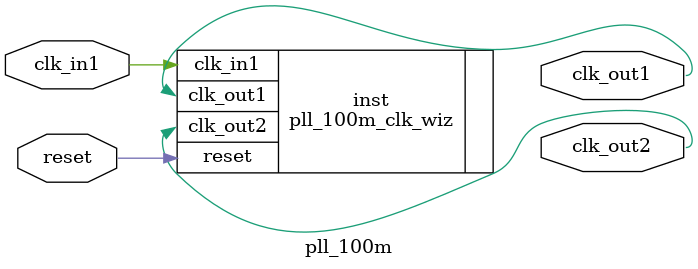
<source format=v>


`timescale 1ps/1ps

(* CORE_GENERATION_INFO = "pll_100m,clk_wiz_v6_0_6_0_0,{component_name=pll_100m,use_phase_alignment=true,use_min_o_jitter=false,use_max_i_jitter=false,use_dyn_phase_shift=false,use_inclk_switchover=false,use_dyn_reconfig=false,enable_axi=0,feedback_source=FDBK_AUTO,PRIMITIVE=MMCM,num_out_clk=2,clkin1_period=20.000,clkin2_period=10.0,use_power_down=false,use_reset=true,use_locked=false,use_inclk_stopped=false,feedback_type=SINGLE,CLOCK_MGR_TYPE=NA,manual_override=false}" *)

module pll_100m 
 (
  // Clock out ports
  output        clk_out1,
  output        clk_out2,
  // Status and control signals
  input         reset,
 // Clock in ports
  input         clk_in1
 );

  pll_100m_clk_wiz inst
  (
  // Clock out ports  
  .clk_out1(clk_out1),
  .clk_out2(clk_out2),
  // Status and control signals               
  .reset(reset), 
 // Clock in ports
  .clk_in1(clk_in1)
  );

endmodule

</source>
